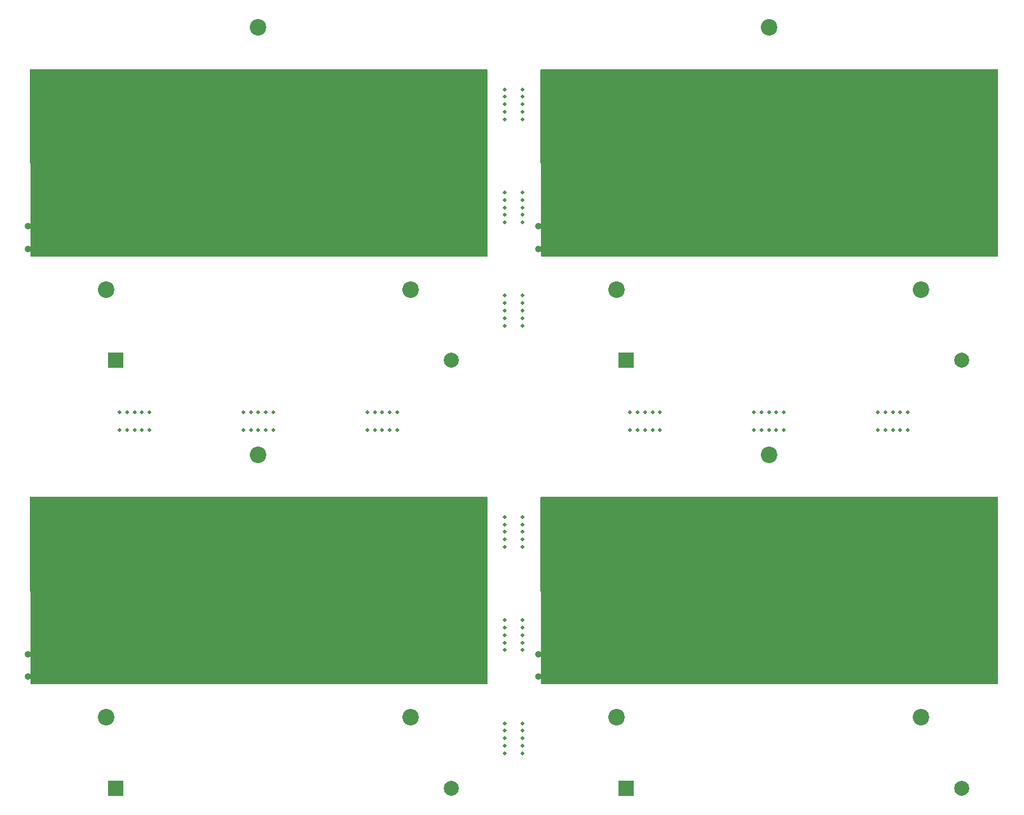
<source format=gbs>
G04 #@! TF.GenerationSoftware,KiCad,Pcbnew,8.0.3-8.0.3-0~ubuntu24.04.1*
G04 #@! TF.CreationDate,2024-07-21T14:04:27+02:00*
G04 #@! TF.ProjectId,panel,70616e65-6c2e-46b6-9963-61645f706362,rev?*
G04 #@! TF.SameCoordinates,Original*
G04 #@! TF.FileFunction,Soldermask,Bot*
G04 #@! TF.FilePolarity,Negative*
%FSLAX46Y46*%
G04 Gerber Fmt 4.6, Leading zero omitted, Abs format (unit mm)*
G04 Created by KiCad (PCBNEW 8.0.3-8.0.3-0~ubuntu24.04.1) date 2024-07-21 14:04:27*
%MOMM*%
%LPD*%
G01*
G04 APERTURE LIST*
%ADD10C,0.500000*%
%ADD11C,2.200000*%
%ADD12R,2.000000X2.000000*%
%ADD13C,2.000000*%
%ADD14C,0.900000*%
G04 APERTURE END LIST*
D10*
G04 #@! TO.C,KiKit_MB_9_5*
X68200000Y-39250000D03*
G04 #@! TD*
G04 #@! TO.C,KiKit_MB_23_5*
X103000000Y-57200000D03*
G04 #@! TD*
G04 #@! TO.C,KiKit_MB_16_5*
X18500000Y-57200000D03*
G04 #@! TD*
G04 #@! TO.C,KiKit_MB_19_5*
X68200000Y-68750000D03*
G04 #@! TD*
G04 #@! TO.C,KiKit_MB_22_4*
X85500000Y-57200000D03*
G04 #@! TD*
G04 #@! TO.C,KiKit_MB_19_2*
X68200000Y-71750000D03*
G04 #@! TD*
G04 #@! TO.C,KiKit_MB_8_5*
X68200000Y-25500000D03*
G04 #@! TD*
G04 #@! TO.C,KiKit_MB_3_1*
X65800000Y-39250000D03*
G04 #@! TD*
G04 #@! TO.C,KiKit_MB_1_5*
X65800000Y-15750000D03*
G04 #@! TD*
G04 #@! TO.C,KiKit_MB_18_3*
X49500000Y-57200000D03*
G04 #@! TD*
D11*
G04 #@! TO.C,*
X53250000Y-38425000D03*
G04 #@! TD*
D10*
G04 #@! TO.C,KiKit_MB_23_4*
X102000000Y-57200000D03*
G04 #@! TD*
G04 #@! TO.C,KiKit_MB_2_4*
X65800000Y-28500000D03*
G04 #@! TD*
G04 #@! TO.C,KiKit_MB_14_2*
X65800000Y-83500000D03*
G04 #@! TD*
G04 #@! TO.C,KiKit_MB_16_4*
X17500000Y-57200000D03*
G04 #@! TD*
D11*
G04 #@! TO.C,*
X101000000Y-3500000D03*
G04 #@! TD*
G04 #@! TO.C,*
X80750000Y-38425000D03*
G04 #@! TD*
G04 #@! TO.C,*
X80750000Y-95425000D03*
G04 #@! TD*
D10*
G04 #@! TO.C,KiKit_MB_17_5*
X35000000Y-57200000D03*
G04 #@! TD*
G04 #@! TO.C,KiKit_MB_18_2*
X48500000Y-57200000D03*
G04 #@! TD*
G04 #@! TO.C,KiKit_MB_17_4*
X34000000Y-57200000D03*
G04 #@! TD*
G04 #@! TO.C,KiKit_MB_5_4*
X32000000Y-54800000D03*
G04 #@! TD*
G04 #@! TO.C,KiKit_MB_22_5*
X86500000Y-57200000D03*
G04 #@! TD*
G04 #@! TO.C,KiKit_MB_24_1*
X115500000Y-57200000D03*
G04 #@! TD*
G04 #@! TO.C,KiKit_MB_10_1*
X86500000Y-54800000D03*
G04 #@! TD*
G04 #@! TO.C,KiKit_MB_14_3*
X65800000Y-84500000D03*
G04 #@! TD*
G04 #@! TO.C,KiKit_MB_22_3*
X84500000Y-57200000D03*
G04 #@! TD*
G04 #@! TO.C,KiKit_MB_5_3*
X33000000Y-54800000D03*
G04 #@! TD*
G04 #@! TO.C,KiKit_MB_6_2*
X50500000Y-54800000D03*
G04 #@! TD*
D12*
G04 #@! TO.C,BT1*
X81987500Y-104886433D03*
D13*
X126687500Y-104886433D03*
G04 #@! TD*
D10*
G04 #@! TO.C,KiKit_MB_12_2*
X118500000Y-54800000D03*
G04 #@! TD*
G04 #@! TO.C,KiKit_MB_12_3*
X117500000Y-54800000D03*
G04 #@! TD*
G04 #@! TO.C,KiKit_MB_20_2*
X68200000Y-85500000D03*
G04 #@! TD*
G04 #@! TO.C,KiKit_MB_12_5*
X115500000Y-54800000D03*
G04 #@! TD*
G04 #@! TO.C,KiKit_MB_20_4*
X68200000Y-83500000D03*
G04 #@! TD*
G04 #@! TO.C,KiKit_MB_12_1*
X119500000Y-54800000D03*
G04 #@! TD*
G04 #@! TO.C,KiKit_MB_7_3*
X68200000Y-13750000D03*
G04 #@! TD*
G04 #@! TO.C,KiKit_MB_24_3*
X117500000Y-57200000D03*
G04 #@! TD*
G04 #@! TO.C,KiKit_MB_12_4*
X116500000Y-54800000D03*
G04 #@! TD*
G04 #@! TO.C,KiKit_MB_13_2*
X65800000Y-69750000D03*
G04 #@! TD*
G04 #@! TO.C,KiKit_MB_11_2*
X102000000Y-54800000D03*
G04 #@! TD*
G04 #@! TO.C,KiKit_MB_8_2*
X68200000Y-28500000D03*
G04 #@! TD*
G04 #@! TO.C,KiKit_MB_4_5*
X14500000Y-54800000D03*
G04 #@! TD*
G04 #@! TO.C,KiKit_MB_13_3*
X65800000Y-70750000D03*
G04 #@! TD*
G04 #@! TO.C,KiKit_MB_11_5*
X99000000Y-54800000D03*
G04 #@! TD*
G04 #@! TO.C,KiKit_MB_8_3*
X68200000Y-27500000D03*
G04 #@! TD*
G04 #@! TO.C,KiKit_MB_2_5*
X65800000Y-29500000D03*
G04 #@! TD*
G04 #@! TO.C,KiKit_MB_15_2*
X65800000Y-97250000D03*
G04 #@! TD*
G04 #@! TO.C,KiKit_MB_21_3*
X68200000Y-98250000D03*
G04 #@! TD*
G04 #@! TO.C,KiKit_MB_10_4*
X83500000Y-54800000D03*
G04 #@! TD*
G04 #@! TO.C,KiKit_MB_17_3*
X33000000Y-57200000D03*
G04 #@! TD*
G04 #@! TO.C,KiKit_MB_18_4*
X50500000Y-57200000D03*
G04 #@! TD*
G04 #@! TO.C,KiKit_MB_13_1*
X65800000Y-68750000D03*
G04 #@! TD*
G04 #@! TO.C,KiKit_MB_6_1*
X51500000Y-54800000D03*
G04 #@! TD*
G04 #@! TO.C,KiKit_MB_10_2*
X85500000Y-54800000D03*
G04 #@! TD*
G04 #@! TO.C,KiKit_MB_3_2*
X65800000Y-40250000D03*
G04 #@! TD*
G04 #@! TO.C,KiKit_MB_1_2*
X65800000Y-12750000D03*
G04 #@! TD*
G04 #@! TO.C,KiKit_MB_23_1*
X99000000Y-57200000D03*
G04 #@! TD*
D11*
G04 #@! TO.C,*
X121250000Y-95425000D03*
G04 #@! TD*
D12*
G04 #@! TO.C,BT1*
X13987500Y-47886433D03*
D13*
X58687500Y-47886433D03*
G04 #@! TD*
D10*
G04 #@! TO.C,KiKit_MB_1_4*
X65800000Y-14750000D03*
G04 #@! TD*
D14*
G04 #@! TO.C,SW1*
X2282500Y-30011433D03*
X2282500Y-33011433D03*
G04 #@! TD*
D10*
G04 #@! TO.C,KiKit_MB_16_3*
X16500000Y-57200000D03*
G04 #@! TD*
G04 #@! TO.C,KiKit_MB_20_1*
X68200000Y-86500000D03*
G04 #@! TD*
G04 #@! TO.C,KiKit_MB_17_2*
X32000000Y-57200000D03*
G04 #@! TD*
G04 #@! TO.C,KiKit_MB_2_3*
X65800000Y-27500000D03*
G04 #@! TD*
G04 #@! TO.C,KiKit_MB_5_1*
X35000000Y-54800000D03*
G04 #@! TD*
G04 #@! TO.C,KiKit_MB_4_4*
X15500000Y-54800000D03*
G04 #@! TD*
D12*
G04 #@! TO.C,BT1*
X13987500Y-104886433D03*
D13*
X58687500Y-104886433D03*
G04 #@! TD*
D10*
G04 #@! TO.C,KiKit_MB_20_3*
X68200000Y-84500000D03*
G04 #@! TD*
G04 #@! TO.C,KiKit_MB_7_4*
X68200000Y-12750000D03*
G04 #@! TD*
G04 #@! TO.C,KiKit_MB_15_1*
X65800000Y-96250000D03*
G04 #@! TD*
D14*
G04 #@! TO.C,SW1*
X70282500Y-30011433D03*
X70282500Y-33011433D03*
G04 #@! TD*
D10*
G04 #@! TO.C,KiKit_MB_23_3*
X101000000Y-57200000D03*
G04 #@! TD*
G04 #@! TO.C,KiKit_MB_3_5*
X65800000Y-43250000D03*
G04 #@! TD*
G04 #@! TO.C,KiKit_MB_24_5*
X119500000Y-57200000D03*
G04 #@! TD*
G04 #@! TO.C,KiKit_MB_19_4*
X68200000Y-69750000D03*
G04 #@! TD*
G04 #@! TO.C,KiKit_MB_4_1*
X18500000Y-54800000D03*
G04 #@! TD*
D11*
G04 #@! TO.C,*
X33000000Y-3500000D03*
G04 #@! TD*
D10*
G04 #@! TO.C,KiKit_MB_9_3*
X68200000Y-41250000D03*
G04 #@! TD*
G04 #@! TO.C,KiKit_MB_22_1*
X82500000Y-57200000D03*
G04 #@! TD*
D11*
G04 #@! TO.C,*
X33000000Y-60500000D03*
G04 #@! TD*
D10*
G04 #@! TO.C,KiKit_MB_24_2*
X116500000Y-57200000D03*
G04 #@! TD*
G04 #@! TO.C,KiKit_MB_9_1*
X68200000Y-43250000D03*
G04 #@! TD*
G04 #@! TO.C,KiKit_MB_13_5*
X65800000Y-72750000D03*
G04 #@! TD*
G04 #@! TO.C,KiKit_MB_18_1*
X47500000Y-57200000D03*
G04 #@! TD*
G04 #@! TO.C,KiKit_MB_11_3*
X101000000Y-54800000D03*
G04 #@! TD*
G04 #@! TO.C,KiKit_MB_4_2*
X17500000Y-54800000D03*
G04 #@! TD*
D11*
G04 #@! TO.C,*
X12750000Y-95425000D03*
G04 #@! TD*
D10*
G04 #@! TO.C,KiKit_MB_11_1*
X103000000Y-54800000D03*
G04 #@! TD*
G04 #@! TO.C,KiKit_MB_18_5*
X51500000Y-57200000D03*
G04 #@! TD*
D11*
G04 #@! TO.C,*
X12750000Y-38425000D03*
G04 #@! TD*
D10*
G04 #@! TO.C,KiKit_MB_6_4*
X48500000Y-54800000D03*
G04 #@! TD*
G04 #@! TO.C,KiKit_MB_22_2*
X83500000Y-57200000D03*
G04 #@! TD*
G04 #@! TO.C,KiKit_MB_13_4*
X65800000Y-71750000D03*
G04 #@! TD*
G04 #@! TO.C,KiKit_MB_1_1*
X65800000Y-11750000D03*
G04 #@! TD*
G04 #@! TO.C,KiKit_MB_16_2*
X15500000Y-57200000D03*
G04 #@! TD*
G04 #@! TO.C,KiKit_MB_23_2*
X100000000Y-57200000D03*
G04 #@! TD*
G04 #@! TO.C,KiKit_MB_8_4*
X68200000Y-26500000D03*
G04 #@! TD*
G04 #@! TO.C,KiKit_MB_16_1*
X14500000Y-57200000D03*
G04 #@! TD*
G04 #@! TO.C,KiKit_MB_7_1*
X68200000Y-15750000D03*
G04 #@! TD*
G04 #@! TO.C,KiKit_MB_21_4*
X68200000Y-97250000D03*
G04 #@! TD*
G04 #@! TO.C,KiKit_MB_11_4*
X100000000Y-54800000D03*
G04 #@! TD*
G04 #@! TO.C,KiKit_MB_10_3*
X84500000Y-54800000D03*
G04 #@! TD*
D11*
G04 #@! TO.C,*
X121250000Y-38425000D03*
G04 #@! TD*
D14*
G04 #@! TO.C,SW1*
X2282500Y-87011433D03*
X2282500Y-90011433D03*
G04 #@! TD*
D10*
G04 #@! TO.C,KiKit_MB_2_2*
X65800000Y-26500000D03*
G04 #@! TD*
G04 #@! TO.C,KiKit_MB_6_5*
X47500000Y-54800000D03*
G04 #@! TD*
G04 #@! TO.C,KiKit_MB_20_5*
X68200000Y-82500000D03*
G04 #@! TD*
G04 #@! TO.C,KiKit_MB_14_1*
X65800000Y-82500000D03*
G04 #@! TD*
G04 #@! TO.C,KiKit_MB_19_1*
X68200000Y-72750000D03*
G04 #@! TD*
G04 #@! TO.C,KiKit_MB_17_1*
X31000000Y-57200000D03*
G04 #@! TD*
G04 #@! TO.C,KiKit_MB_3_4*
X65800000Y-42250000D03*
G04 #@! TD*
D11*
G04 #@! TO.C,*
X53250000Y-95425000D03*
G04 #@! TD*
D10*
G04 #@! TO.C,KiKit_MB_7_5*
X68200000Y-11750000D03*
G04 #@! TD*
G04 #@! TO.C,KiKit_MB_19_3*
X68200000Y-70750000D03*
G04 #@! TD*
G04 #@! TO.C,KiKit_MB_15_4*
X65800000Y-99250000D03*
G04 #@! TD*
D14*
G04 #@! TO.C,SW1*
X70282500Y-87011433D03*
X70282500Y-90011433D03*
G04 #@! TD*
D10*
G04 #@! TO.C,KiKit_MB_7_2*
X68200000Y-14750000D03*
G04 #@! TD*
G04 #@! TO.C,KiKit_MB_9_4*
X68200000Y-40250000D03*
G04 #@! TD*
G04 #@! TO.C,KiKit_MB_3_3*
X65800000Y-41250000D03*
G04 #@! TD*
G04 #@! TO.C,KiKit_MB_10_5*
X82500000Y-54800000D03*
G04 #@! TD*
G04 #@! TO.C,KiKit_MB_5_5*
X31000000Y-54800000D03*
G04 #@! TD*
D12*
G04 #@! TO.C,BT1*
X81987500Y-47886433D03*
D13*
X126687500Y-47886433D03*
G04 #@! TD*
D10*
G04 #@! TO.C,KiKit_MB_5_2*
X34000000Y-54800000D03*
G04 #@! TD*
G04 #@! TO.C,KiKit_MB_4_3*
X16500000Y-54800000D03*
G04 #@! TD*
G04 #@! TO.C,KiKit_MB_9_2*
X68200000Y-42250000D03*
G04 #@! TD*
G04 #@! TO.C,KiKit_MB_21_2*
X68200000Y-99250000D03*
G04 #@! TD*
G04 #@! TO.C,KiKit_MB_14_4*
X65800000Y-85500000D03*
G04 #@! TD*
G04 #@! TO.C,KiKit_MB_21_1*
X68200000Y-100250000D03*
G04 #@! TD*
D11*
G04 #@! TO.C,*
X101000000Y-60500000D03*
G04 #@! TD*
D10*
G04 #@! TO.C,KiKit_MB_14_5*
X65800000Y-86500000D03*
G04 #@! TD*
G04 #@! TO.C,KiKit_MB_2_1*
X65800000Y-25500000D03*
G04 #@! TD*
G04 #@! TO.C,KiKit_MB_21_5*
X68200000Y-96250000D03*
G04 #@! TD*
G04 #@! TO.C,KiKit_MB_24_4*
X118500000Y-57200000D03*
G04 #@! TD*
G04 #@! TO.C,KiKit_MB_8_1*
X68200000Y-29500000D03*
G04 #@! TD*
G04 #@! TO.C,KiKit_MB_1_3*
X65800000Y-13750000D03*
G04 #@! TD*
G04 #@! TO.C,KiKit_MB_15_5*
X65800000Y-100250000D03*
G04 #@! TD*
G04 #@! TO.C,KiKit_MB_6_3*
X49500000Y-54800000D03*
G04 #@! TD*
G04 #@! TO.C,KiKit_MB_15_3*
X65800000Y-98250000D03*
G04 #@! TD*
G36*
X63467915Y-66094685D02*
G01*
X63513670Y-66147489D01*
X63524876Y-66199124D01*
X63500124Y-90901124D01*
X63480372Y-90968144D01*
X63427522Y-91013846D01*
X63376124Y-91025000D01*
X2748504Y-91025000D01*
X2681465Y-91005315D01*
X2635710Y-90952511D01*
X2624505Y-90901497D01*
X2525499Y-66199497D01*
X2544915Y-66132379D01*
X2597535Y-66086413D01*
X2649498Y-66075000D01*
X63400876Y-66075000D01*
X63467915Y-66094685D01*
G37*
G36*
X131467915Y-9094685D02*
G01*
X131513670Y-9147489D01*
X131524876Y-9199124D01*
X131500124Y-33901124D01*
X131480372Y-33968144D01*
X131427522Y-34013846D01*
X131376124Y-34025000D01*
X70748504Y-34025000D01*
X70681465Y-34005315D01*
X70635710Y-33952511D01*
X70624505Y-33901497D01*
X70525499Y-9199497D01*
X70544915Y-9132379D01*
X70597535Y-9086413D01*
X70649498Y-9075000D01*
X131400876Y-9075000D01*
X131467915Y-9094685D01*
G37*
G36*
X131467915Y-66094685D02*
G01*
X131513670Y-66147489D01*
X131524876Y-66199124D01*
X131500124Y-90901124D01*
X131480372Y-90968144D01*
X131427522Y-91013846D01*
X131376124Y-91025000D01*
X70748504Y-91025000D01*
X70681465Y-91005315D01*
X70635710Y-90952511D01*
X70624505Y-90901497D01*
X70525499Y-66199497D01*
X70544915Y-66132379D01*
X70597535Y-66086413D01*
X70649498Y-66075000D01*
X131400876Y-66075000D01*
X131467915Y-66094685D01*
G37*
G36*
X63467915Y-9094685D02*
G01*
X63513670Y-9147489D01*
X63524876Y-9199124D01*
X63500124Y-33901124D01*
X63480372Y-33968144D01*
X63427522Y-34013846D01*
X63376124Y-34025000D01*
X2748504Y-34025000D01*
X2681465Y-34005315D01*
X2635710Y-33952511D01*
X2624505Y-33901497D01*
X2525499Y-9199497D01*
X2544915Y-9132379D01*
X2597535Y-9086413D01*
X2649498Y-9075000D01*
X63400876Y-9075000D01*
X63467915Y-9094685D01*
G37*
M02*

</source>
